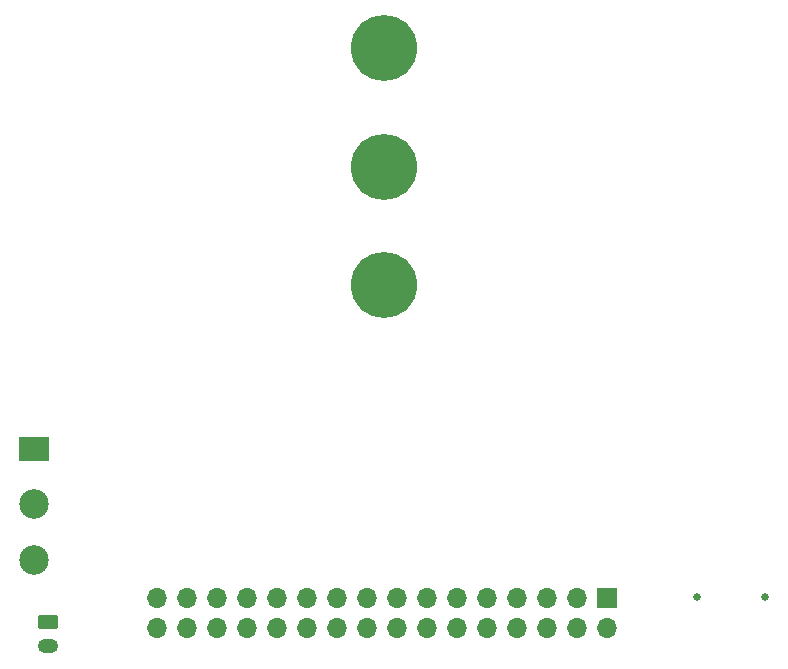
<source format=gbr>
%TF.GenerationSoftware,KiCad,Pcbnew,7.0.1-0*%
%TF.CreationDate,2025-03-27T17:57:47+02:00*%
%TF.ProjectId,EEE3088F_MM_Power_Project,45454533-3038-4384-965f-4d4d5f506f77,rev?*%
%TF.SameCoordinates,Original*%
%TF.FileFunction,Soldermask,Bot*%
%TF.FilePolarity,Negative*%
%FSLAX46Y46*%
G04 Gerber Fmt 4.6, Leading zero omitted, Abs format (unit mm)*
G04 Created by KiCad (PCBNEW 7.0.1-0) date 2025-03-27 17:57:47*
%MOMM*%
%LPD*%
G01*
G04 APERTURE LIST*
G04 Aperture macros list*
%AMRoundRect*
0 Rectangle with rounded corners*
0 $1 Rounding radius*
0 $2 $3 $4 $5 $6 $7 $8 $9 X,Y pos of 4 corners*
0 Add a 4 corners polygon primitive as box body*
4,1,4,$2,$3,$4,$5,$6,$7,$8,$9,$2,$3,0*
0 Add four circle primitives for the rounded corners*
1,1,$1+$1,$2,$3*
1,1,$1+$1,$4,$5*
1,1,$1+$1,$6,$7*
1,1,$1+$1,$8,$9*
0 Add four rect primitives between the rounded corners*
20,1,$1+$1,$2,$3,$4,$5,0*
20,1,$1+$1,$4,$5,$6,$7,0*
20,1,$1+$1,$6,$7,$8,$9,0*
20,1,$1+$1,$8,$9,$2,$3,0*%
G04 Aperture macros list end*
%ADD10RoundRect,0.250000X-0.625000X0.350000X-0.625000X-0.350000X0.625000X-0.350000X0.625000X0.350000X0*%
%ADD11O,1.750000X1.200000*%
%ADD12R,1.700000X1.700000*%
%ADD13O,1.700000X1.700000*%
%ADD14C,0.649987*%
%ADD15C,5.600000*%
%ADD16R,2.500000X2.100000*%
%ADD17C,2.500000*%
G04 APERTURE END LIST*
D10*
%TO.C,J1*%
X111250000Y-148250000D03*
D11*
X111250000Y-150250000D03*
%TD*%
D12*
%TO.C,J2*%
X158572200Y-146227800D03*
D13*
X158572200Y-148767800D03*
X156032200Y-146227800D03*
X156032200Y-148767800D03*
X153492200Y-146227800D03*
X153492200Y-148767800D03*
X150952200Y-146227800D03*
X150952200Y-148767800D03*
X148412200Y-146227800D03*
X148412200Y-148767800D03*
X145872200Y-146227800D03*
X145872200Y-148767800D03*
X143332200Y-146227800D03*
X143332200Y-148767800D03*
X140792200Y-146227800D03*
X140792200Y-148767800D03*
X138252200Y-146227800D03*
X138252200Y-148767800D03*
X135712200Y-146227800D03*
X135712200Y-148767800D03*
X133172200Y-146227800D03*
X133172200Y-148767800D03*
X130632200Y-146227800D03*
X130632200Y-148767800D03*
X128092200Y-146227800D03*
X128092200Y-148767800D03*
X125552200Y-146227800D03*
X125552200Y-148767800D03*
X123012200Y-146227800D03*
X123012200Y-148767800D03*
X120472200Y-146227800D03*
X120472200Y-148767800D03*
%TD*%
D14*
%TO.C,U7*%
X166174918Y-146108677D03*
X171954954Y-146108677D03*
%TD*%
D15*
%TO.C,H1*%
X139649200Y-119659099D03*
%TD*%
%TO.C,H3*%
X139649200Y-109659099D03*
%TD*%
%TO.C,H2*%
X139649200Y-99659099D03*
%TD*%
D16*
%TO.C,U11*%
X110000000Y-133549975D03*
D17*
X110000000Y-138250000D03*
X110000000Y-142950025D03*
%TD*%
M02*

</source>
